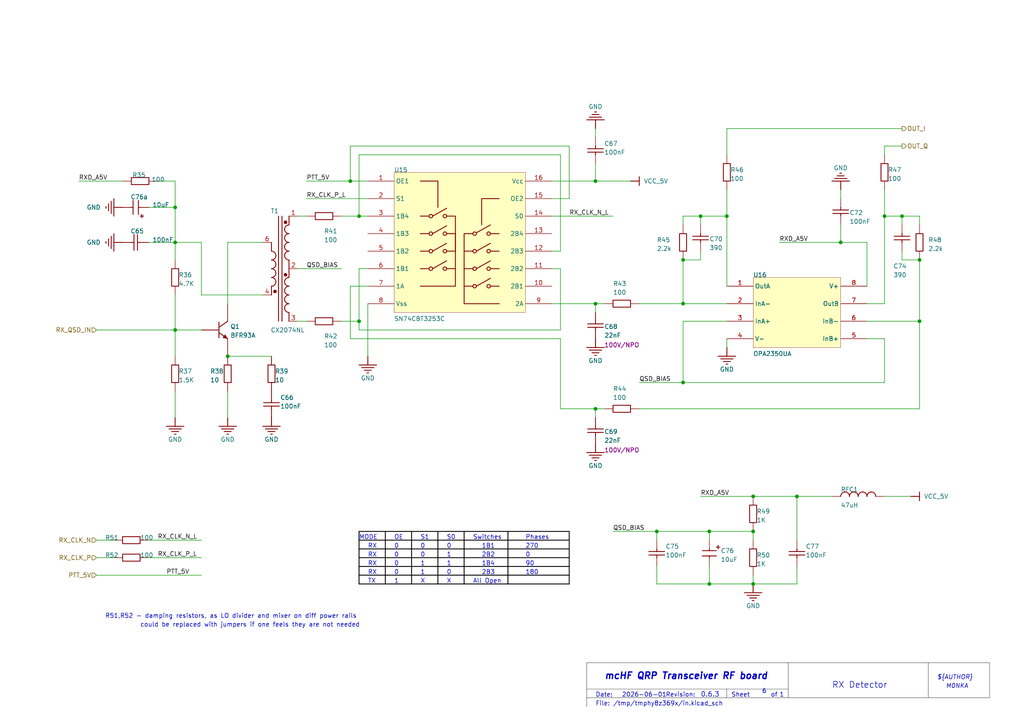
<source format=kicad_sch>
(kicad_sch (version 20231120) (generator "eeschema") (generator_version "8.0")
  (paper "A4")
  (title_block (title "mcHF QRP Transceiver RF board") (rev "0.6.3") (company "M0NKA"))
  (lib_symbols
    (symbol "rf_main-altium-import:GND_POWER_GROUND" (power)
      (property "Reference" "#PWR" (at 0 0 0))
      (property "Value" "GND" (at 0 6.35 0))
      (symbol "GND_POWER_GROUND_0_0"
        (polyline (pts (xy -2.54 -2.54) (xy 2.54 -2.54)) (stroke (width 0.254)))
        (polyline (pts (xy -1.778 -3.302) (xy 1.778 -3.302)) (stroke (width 0.254)))
        (polyline (pts (xy -1.016 -4.064) (xy 1.016 -4.064)) (stroke (width 0.254)))
        (polyline (pts (xy -0.254 -4.826) (xy 0.254 -4.826)) (stroke (width 0.254)))
        (polyline (pts (xy 0 0) (xy 0 -2.54)) (stroke (width 0.254)))
        (pin power_in line (at 0 0 0) (length 0) hide (name "GND") (number ""))
      )
    )
    (symbol "rf_main-altium-import:RX Detector_0_BFR93A"
      (symbol "RX Detector_0_BFR93A_1_0"
        (polyline (pts (xy 0 -3.302) (xy 2.54 -5.08)) (stroke (width 0.254)))
        (polyline (pts (xy 0 -0.254) (xy 0 -4.826)) (stroke (width 0.254)))
        (polyline (pts (xy 2.54 0) (xy 0 -1.778)) (stroke (width 0.254)))
        (polyline (pts (xy 2.54 -5.08) (xy 1.778 -3.81) (xy 1.016 -4.826) (xy 2.54 -5.08)) (stroke (width -0.0001)) (fill (type outline)))
        (pin passive line (at -5.08 -2.54 0) (length 5.08) (name "B") (number "1"))
        (pin passive line (at 2.54 -10.16 90) (length 5.08) (name "E") (number "2"))
        (pin passive line (at 2.54 5.08 270) (length 5.08) (name "C") (number "3"))
      )
    )
    (symbol "rf_main-altium-import:RX Detector_0_CAP"
      (symbol "RX Detector_0_CAP_1_0"
        (polyline (pts (xy 0.254 -1.778) (xy 4.826 -1.778)) (stroke (width 0.254)))
        (polyline (pts (xy 0.254 -0.762) (xy 4.826 -0.762)) (stroke (width 0.254)))
        (polyline (pts (xy 2.54 -1.778) (xy 2.54 -2.54)) (stroke (width 0.254)))
        (polyline (pts (xy 2.54 0) (xy 2.54 -0.762)) (stroke (width 0.254)))
        (pin passive line (at 2.54 2.54 270) (length 2.54) (name "1") (number "1"))
        (pin passive line (at 2.54 -5.08 90) (length 2.54) (name "2") (number "2"))
      )
    )
    (symbol "rf_main-altium-import:RX Detector_0_CX2074NL"
      (symbol "RX Detector_0_CX2074NL_1_0"
        (polyline (pts (xy 2.54 -22.86) (xy 2.54 -25.4)) (stroke (width 0.254)))
        (polyline (pts (xy 2.54 -10.16) (xy 2.54 -12.7)) (stroke (width 0.254)))
        (polyline (pts (xy 4.572 -2.54) (xy 4.572 -33.02)) (stroke (width 0.254)))
        (polyline (pts (xy 5.588 -2.54) (xy 5.588 -33.02)) (stroke (width 0.254)))
        (polyline (pts (xy 7.62 -30.48) (xy 7.62 -33.02)) (stroke (width 0.254)))
        (polyline (pts (xy 7.62 -15.24) (xy 7.62 -20.32)) (stroke (width 0.254)))
        (polyline (pts (xy 7.62 -2.54) (xy 7.62 -5.08)) (stroke (width 0.254)))
        (arc (start 2.54 -22.86) (mid 3.438 -22.488) (end 3.81 -21.59) (stroke (width 0.254)))
        (arc (start 2.54 -20.32) (mid 3.438 -19.948) (end 3.81 -19.05) (stroke (width 0.254)))
        (arc (start 2.54 -17.78) (mid 3.438 -17.408) (end 3.81 -16.51) (stroke (width 0.254)))
        (arc (start 2.54 -15.24) (mid 3.438 -14.868) (end 3.81 -13.97) (stroke (width 0.254)))
        (circle (center 3.556 -24.384) (radius 0.508) (stroke (width -0.0001)) (fill (type outline)))
        (arc (start 3.81 -21.59) (mid 3.438 -20.692) (end 2.54 -20.32) (stroke (width 0.254)))
        (arc (start 3.81 -19.05) (mid 3.438 -18.152) (end 2.54 -17.78) (stroke (width 0.254)))
        (arc (start 3.81 -16.51) (mid 3.438 -15.612) (end 2.54 -15.24) (stroke (width 0.254)))
        (arc (start 3.81 -13.97) (mid 3.438 -13.072) (end 2.54 -12.7) (stroke (width 0.254)))
        (arc (start 6.35 -29.21) (mid 6.722 -30.108) (end 7.62 -30.48) (stroke (width 0.254)))
        (arc (start 6.35 -26.67) (mid 6.722 -27.568) (end 7.62 -27.94) (stroke (width 0.254)))
        (arc (start 6.35 -24.13) (mid 6.722 -25.028) (end 7.62 -25.4) (stroke (width 0.254)))
        (arc (start 6.35 -21.59) (mid 6.722 -22.488) (end 7.62 -22.86) (stroke (width 0.254)))
        (arc (start 6.35 -13.97) (mid 6.722 -14.868) (end 7.62 -15.24) (stroke (width 0.254)))
        (arc (start 6.35 -11.43) (mid 6.722 -12.328) (end 7.62 -12.7) (stroke (width 0.254)))
        (arc (start 6.35 -8.89) (mid 6.722 -9.788) (end 7.62 -10.16) (stroke (width 0.254)))
        (arc (start 6.35 -6.35) (mid 6.722 -7.248) (end 7.62 -7.62) (stroke (width 0.254)))
        (circle (center 6.604 -19.558) (radius 0.508) (stroke (width -0.0001)) (fill (type outline)))
        (circle (center 6.604 -4.318) (radius 0.508) (stroke (width -0.0001)) (fill (type outline)))
        (arc (start 7.62 -27.94) (mid 6.722 -28.312) (end 6.35 -29.21) (stroke (width 0.254)))
        (arc (start 7.62 -25.4) (mid 6.722 -25.772) (end 6.35 -26.67) (stroke (width 0.254)))
        (arc (start 7.62 -22.86) (mid 6.722 -23.232) (end 6.35 -24.13) (stroke (width 0.254)))
        (arc (start 7.62 -20.32) (mid 6.722 -20.692) (end 6.35 -21.59) (stroke (width 0.254)))
        (arc (start 7.62 -12.7) (mid 6.722 -13.072) (end 6.35 -13.97) (stroke (width 0.254)))
        (arc (start 7.62 -10.16) (mid 6.722 -10.532) (end 6.35 -11.43) (stroke (width 0.254)))
        (arc (start 7.62 -7.62) (mid 6.722 -7.992) (end 6.35 -8.89) (stroke (width 0.254)))
        (arc (start 7.62 -5.08) (mid 6.722 -5.452) (end 6.35 -6.35) (stroke (width 0.254)))
        (pin passive line (at 10.16 -2.54 180) (length 2.54) (name "Sec0") (number "1"))
        (pin passive line (at 10.16 -17.78 180) (length 2.54) (name "SecCmn") (number "2"))
        (pin passive line (at 10.16 -33.02 180) (length 2.54) (name "Sec180") (number "3"))
        (pin passive line (at 0 -25.4 0) (length 2.54) (name "Pri-") (number "4"))
        (pin passive line (at 0 -10.16 0) (length 2.54) (name "Pri+") (number "6"))
      )
    )
    (symbol "rf_main-altium-import:RX Detector_0_OPA2350UA"
      (symbol "RX Detector_0_OPA2350UA_1_0"
        (rectangle (start 12.7 10.16) (end -12.7 -10.16) (stroke (width 0.0254) (color 128 0 0 1)) (fill (type background)))
        (pin output line (at -20.32 7.62 0) (length 7.62) (name "OutA") (number "1"))
        (pin input line (at -20.32 2.54 0) (length 7.62) (name "InA-") (number "2"))
        (pin input line (at -20.32 -2.54 0) (length 7.62) (name "InA+") (number "3"))
        (pin power_in line (at -20.32 -7.62 0) (length 7.62) (name "V-") (number "4"))
        (pin input line (at 20.32 -7.62 180) (length 7.62) (name "InB+") (number "5"))
        (pin input line (at 20.32 -2.54 180) (length 7.62) (name "InB-") (number "6"))
        (pin output line (at 20.32 2.54 180) (length 7.62) (name "OutB") (number "7"))
        (pin power_in line (at 20.32 7.62 180) (length 7.62) (name "V+") (number "8"))
      )
    )
    (symbol "rf_main-altium-import:RX Detector_0_RES_0"
      (symbol "RX Detector_0_RES_0_1_0"
        (rectangle (start 5.08 -1.524) (end 0 -3.556) (stroke (width 0.254)))
        (pin passive line (at -2.54 -2.54 0) (length 2.54) (name "1") (number "1"))
        (pin passive line (at 7.62 -2.54 180) (length 2.54) (name "2") (number "2"))
      )
    )
    (symbol "rf_main-altium-import:RX Detector_0_SN74CBT3253C"
      (symbol "RX Detector_0_SN74CBT3253C_1_0"
        (circle (center -7.112 -10.16) (radius 0.508) (stroke (width 0.254)))
        (circle (center -7.112 -5.08) (radius 0.508) (stroke (width 0.254)))
        (circle (center -7.112 0) (radius 0.508) (stroke (width 0.254)))
        (circle (center -7.112 5.08) (radius 0.508) (stroke (width 0.254)))
        (circle (center -3.048 -10.16) (radius 0.508) (stroke (width 0.254)))
        (circle (center -3.048 -5.08) (radius 0.508) (stroke (width 0.254)))
        (circle (center -3.048 0) (radius 0.508) (stroke (width 0.254)))
        (circle (center -3.048 5.08) (radius 0.508) (stroke (width 0.254)))
        (polyline (pts (xy -10.16 -10.16) (xy -7.62 -10.16)) (stroke (width 0.254)))
        (polyline (pts (xy -10.16 0) (xy -7.62 0)) (stroke (width 0.254)))
        (polyline (pts (xy -7.62 -5.08) (xy -10.16 -5.08)) (stroke (width 0.254)))
        (polyline (pts (xy -7.62 5.08) (xy -10.16 5.08)) (stroke (width 0.254)))
        (polyline (pts (xy -6.604 -10.16) (xy -2.54 -7.874)) (stroke (width 0.254)))
        (polyline (pts (xy -6.604 -5.08) (xy -2.54 -2.794)) (stroke (width 0.254)))
        (polyline (pts (xy -6.604 0) (xy -2.54 2.286)) (stroke (width 0.254)))
        (polyline (pts (xy -6.604 5.08) (xy -2.54 7.366)) (stroke (width 0.254)))
        (polyline (pts (xy 2.54 -15.24) (xy 5.08 -15.24)) (stroke (width 0.254)))
        (polyline (pts (xy 2.54 -10.16) (xy 5.08 -10.16)) (stroke (width 0.254)))
        (polyline (pts (xy 2.54 -5.08) (xy 5.08 -5.08)) (stroke (width 0.254)))
        (polyline (pts (xy 6.096 -15.24) (xy 10.16 -12.954)) (stroke (width 0.254)))
        (polyline (pts (xy 6.096 -10.16) (xy 10.16 -7.874)) (stroke (width 0.254)))
        (polyline (pts (xy 6.096 -5.08) (xy 10.16 -2.794)) (stroke (width 0.254)))
        (polyline (pts (xy 6.096 0.254) (xy 10.16 2.54)) (stroke (width 0.254)))
        (polyline (pts (xy 10.16 -15.24) (xy 12.7 -15.24)) (stroke (width 0.254)))
        (polyline (pts (xy 10.16 -10.16) (xy 12.7 -10.16)) (stroke (width 0.254)))
        (polyline (pts (xy 10.16 -5.08) (xy 12.7 -5.08)) (stroke (width 0.254)))
        (polyline (pts (xy 10.16 0) (xy 12.7 0)) (stroke (width 0.254)))
        (polyline (pts (xy -10.16 -15.24) (xy 0 -15.24) (xy 0 -10.16)) (stroke (width 0.254)))
        (polyline (pts (xy -10.16 15.24) (xy -5.08 15.24) (xy -5.08 7.62)) (stroke (width 0.254)))
        (polyline (pts (xy 12.7 10.16) (xy 7.62 10.16) (xy 7.62 2.54)) (stroke (width 0.254)))
        (polyline (pts (xy -2.54 0) (xy 0 0) (xy 0 -5.08) (xy -2.54 -5.08)) (stroke (width 0.254)))
        (polyline (pts (xy -2.54 5.08) (xy 0 5.08) (xy 0 -10.16) (xy -2.54 -10.16)) (stroke (width 0.254)))
        (polyline (pts (xy 5.08 0) (xy 2.54 0) (xy 2.54 -20.32) (xy 12.7 -20.32)) (stroke (width 0.254)))
        (circle (center 5.588 -15.24) (radius 0.508) (stroke (width 0.254)))
        (circle (center 5.588 -10.16) (radius 0.508) (stroke (width 0.254)))
        (circle (center 5.588 -5.08) (radius 0.508) (stroke (width 0.254)))
        (circle (center 5.588 0) (radius 0.508) (stroke (width 0.254)))
        (circle (center 9.652 -15.24) (radius 0.508) (stroke (width 0.254)))
        (circle (center 9.652 -10.16) (radius 0.508) (stroke (width 0.254)))
        (circle (center 9.652 -5.08) (radius 0.508) (stroke (width 0.254)))
        (circle (center 9.652 0) (radius 0.508) (stroke (width 0.254)))
        (rectangle (start 20.32 17.78) (end -17.78 -22.86) (stroke (width 0.0254) (color 128 0 0 1)) (fill (type background)))
        (pin input line (at -25.4 15.24 0) (length 7.62) (name "OE1") (number "1"))
        (pin bidirectional line (at 27.94 -15.24 180) (length 7.62) (name "2B1") (number "10"))
        (pin bidirectional line (at 27.94 -10.16 180) (length 7.62) (name "2B2") (number "11"))
        (pin bidirectional line (at 27.94 -5.08 180) (length 7.62) (name "2B3") (number "12"))
        (pin bidirectional line (at 27.94 0 180) (length 7.62) (name "2B4") (number "13"))
        (pin input line (at 27.94 5.08 180) (length 7.62) (name "S0") (number "14"))
        (pin input line (at 27.94 10.16 180) (length 7.62) (name "OE2") (number "15"))
        (pin power_in line (at 27.94 15.24 180) (length 7.62) (name "Vcc") (number "16"))
        (pin input line (at -25.4 10.16 0) (length 7.62) (name "S1") (number "2"))
        (pin bidirectional line (at -25.4 5.08 0) (length 7.62) (name "1B4") (number "3"))
        (pin bidirectional line (at -25.4 0 0) (length 7.62) (name "1B3") (number "4"))
        (pin bidirectional line (at -25.4 -5.08 0) (length 7.62) (name "1B2") (number "5"))
        (pin bidirectional line (at -25.4 -10.16 0) (length 7.62) (name "1B1") (number "6"))
        (pin bidirectional line (at -25.4 -15.24 0) (length 7.62) (name "1A") (number "7"))
        (pin power_in line (at -25.4 -20.32 0) (length 7.62) (name "Vss") (number "8"))
        (pin bidirectional line (at 27.94 -20.32 180) (length 7.62) (name "2A") (number "9"))
      )
    )
    (symbol "rf_main-altium-import:RX Detector_0_TDK-NLV25T"
      (symbol "RX Detector_0_TDK-NLV25T_1_0"
        (arc (start 1.27 -1.27) (mid 0.372 -1.642) (end 0 -2.54) (stroke (width 0.254)))
        (arc (start 2.54 -2.54) (mid 2.168 -1.642) (end 1.27 -1.27) (stroke (width 0.254)))
        (arc (start 3.81 -1.27) (mid 2.912 -1.642) (end 2.54 -2.54) (stroke (width 0.254)))
        (arc (start 5.08 -2.54) (mid 4.708 -1.642) (end 3.81 -1.27) (stroke (width 0.254)))
        (arc (start 6.35 -1.27) (mid 5.452 -1.642) (end 5.08 -2.54) (stroke (width 0.254)))
        (arc (start 7.62 -2.54) (mid 7.248 -1.642) (end 6.35 -1.27) (stroke (width 0.254)))
        (arc (start 8.89 -1.27) (mid 7.992 -1.642) (end 7.62 -2.54) (stroke (width 0.254)))
        (arc (start 10.16 -2.54) (mid 9.788 -1.642) (end 8.89 -1.27) (stroke (width 0.254)))
        (pin passive line (at -2.54 -2.54 0) (length 2.54) (name "1") (number "1"))
        (pin passive line (at 12.7 -2.54 180) (length 2.54) (name "2") (number "2"))
      )
    )
    (symbol "rf_main-altium-import:RX Detector_1_RES_0"
      (symbol "RX Detector_1_RES_0_1_0"
        (rectangle (start 3.556 5.08) (end 1.524 0) (stroke (width 0.254)))
        (pin passive line (at 2.54 -2.54 90) (length 2.54) (name "1") (number "1"))
        (pin passive line (at 2.54 7.62 270) (length 2.54) (name "2") (number "2"))
      )
    )
    (symbol "rf_main-altium-import:RX Detector_2_CAP"
      (symbol "RX Detector_2_CAP_1_0"
        (polyline (pts (xy -2.54 0) (xy -2.54 0.762)) (stroke (width 0.254)))
        (polyline (pts (xy -2.54 1.778) (xy -2.54 2.54)) (stroke (width 0.254)))
        (polyline (pts (xy -0.254 0.762) (xy -4.826 0.762)) (stroke (width 0.254)))
        (polyline (pts (xy -0.254 1.778) (xy -4.826 1.778)) (stroke (width 0.254)))
        (pin passive line (at -2.54 -2.54 90) (length 2.54) (name "1") (number "1"))
        (pin passive line (at -2.54 5.08 270) (length 2.54) (name "2") (number "2"))
      )
    )
    (symbol "rf_main-altium-import:RX Detector_2_CAP-POL_0"
      (symbol "RX Detector_2_CAP-POL_0_1_0"
        (polyline (pts (xy -4.572 -2.032) (xy -4.572 2.032)) (stroke (width 0.254)))
        (polyline (pts (xy -4.572 0) (xy -5.08 0)) (stroke (width 0.254)))
        (polyline (pts (xy -3.048 2.032) (xy -3.048 -2.032)) (stroke (width 0.254)))
        (polyline (pts (xy -2.54 0) (xy -3.048 0)) (stroke (width 0.254)))
        (polyline (pts (xy -2.032 -2.032) (xy -2.032 -3.048)) (stroke (width 0.254)))
        (polyline (pts (xy -1.524 -2.54) (xy -2.54 -2.54)) (stroke (width 0.254)))
        (pin passive line (at 0 0 180) (length 2.54) (name "1") (number "1"))
        (pin passive line (at -7.62 0 0) (length 2.54) (name "2") (number "2"))
      )
    )
    (symbol "rf_main-altium-import:RX Detector_2_RES_0"
      (symbol "RX Detector_2_RES_0_1_0"
        (rectangle (start 0 3.556) (end -5.08 1.524) (stroke (width 0.254)))
        (pin passive line (at 2.54 2.54 180) (length 2.54) (name "1") (number "1"))
        (pin passive line (at -7.62 2.54 0) (length 2.54) (name "2") (number "2"))
      )
    )
    (symbol "rf_main-altium-import:RX Detector_3_CAP"
      (symbol "RX Detector_3_CAP_1_0"
        (polyline (pts (xy -1.778 -2.54) (xy -2.54 -2.54)) (stroke (width 0.254)))
        (polyline (pts (xy -1.778 -0.254) (xy -1.778 -4.826)) (stroke (width 0.254)))
        (polyline (pts (xy -0.762 -0.254) (xy -0.762 -4.826)) (stroke (width 0.254)))
        (polyline (pts (xy 0 -2.54) (xy -0.762 -2.54)) (stroke (width 0.254)))
        (pin passive line (at 2.54 -2.54 180) (length 2.54) (name "1") (number "1"))
        (pin passive line (at -5.08 -2.54 0) (length 2.54) (name "2") (number "2"))
      )
    )
    (symbol "rf_main-altium-import:RX Detector_3_CAP-POL_0"
      (symbol "RX Detector_3_CAP-POL_0_1_0"
        (polyline (pts (xy -2.032 -3.048) (xy 2.032 -3.048)) (stroke (width 0.254)))
        (polyline (pts (xy 0 -4.572) (xy 0 -5.08)) (stroke (width 0.254)))
        (polyline (pts (xy 0 -2.54) (xy 0 -3.048)) (stroke (width 0.254)))
        (polyline (pts (xy 2.032 -4.572) (xy -2.032 -4.572)) (stroke (width 0.254)))
        (polyline (pts (xy 2.032 -2.032) (xy 3.048 -2.032)) (stroke (width 0.254)))
        (polyline (pts (xy 2.54 -1.524) (xy 2.54 -2.54)) (stroke (width 0.254)))
        (pin passive line (at 0 0 270) (length 2.54) (name "1") (number "1"))
        (pin passive line (at 0 -7.62 90) (length 2.54) (name "2") (number "2"))
      )
    )
    (symbol "rf_main-altium-import:RX Detector_3_RES_0"
      (symbol "RX Detector_3_RES_0_1_0"
        (rectangle (start -1.524 0) (end -3.556 -5.08) (stroke (width 0.254)))
        (pin passive line (at -2.54 2.54 270) (length 2.54) (name "1") (number "1"))
        (pin passive line (at -2.54 -7.62 90) (length 2.54) (name "2") (number "2"))
      )
    )
    (symbol "rf_main-altium-import:VCC_5V_BAR" (power)
      (property "Reference" "#PWR" (at 0 0 0))
      (property "Value" "VCC_5V" (at 0 3.81 0))
      (symbol "VCC_5V_BAR_0_0"
        (polyline (pts (xy -1.27 -2.54) (xy 1.27 -2.54)) (stroke (width 0.254)))
        (polyline (pts (xy 0 0) (xy 0 -2.54)) (stroke (width 0.254)))
        (pin power_in line (at 0 0 0) (length 0) hide (name "VCC_5V") (number ""))
      )
    )
  )
  (junction (at 205.74 154.1272))
  (junction (at 203.2 62.6872))
  (junction (at 210.82 62.6872))
  (junction (at 172.72 52.5272))
  (junction (at 266.7 75.3872))
  (junction (at 256.54 62.6872))
  (junction (at 218.44 154.1272))
  (junction (at 218.44 169.3672))
  (junction (at 218.44 143.9672))
  (junction (at 190.5 154.1272))
  (junction (at 50.8 70.3072))
  (junction (at 50.8 95.7072))
  (junction (at 104.14 93.1672))
  (junction (at 172.72 118.5672))
  (junction (at 198.12 88.0872))
  (junction (at 198.12 110.9472))
  (junction (at 261.62 62.6872))
  (junction (at 104.14 62.6872))
  (junction (at 66.04 103.3272))
  (junction (at 101.6 52.5272))
  (junction (at 231.14 143.9672))
  (junction (at 266.7 93.1672))
  (junction (at 50.8 60.1472))
  (junction (at 243.84 70.3072))
  (junction (at 172.72 88.0872))
  (junction (at 198.12 75.3872))
  (junction (at 205.74 169.3672))
  (wire (pts (xy 165.1 42.3672) (xy 101.6 42.3672)))
  (wire (pts (xy 251.46 83.0072) (xy 251.46 70.3072)))
  (wire (pts (xy 243.84 55.0672) (xy 243.84 57.6072)))
  (wire (pts (xy 256.54 98.2472) (xy 251.46 98.2472)))
  (wire (pts (xy 43.18 161.7472) (xy 58.42 161.7472)))
  (wire (pts (xy 50.8 95.7072) (xy 58.42 95.7072)))
  (wire (pts (xy 203.2 62.6872) (xy 203.2 65.2272)))
  (wire (pts (xy 106.68 83.0072) (xy 101.6 83.0072)))
  (wire (pts (xy 231.14 143.9672) (xy 218.44 143.9672)))
  (wire (pts (xy 160.02 62.6872) (xy 177.8 62.6872)))
  (wire (pts (xy 218.44 143.9672) (xy 203.2 143.9672)))
  (wire (pts (xy 210.82 55.0672) (xy 210.82 62.6872)))
  (wire (pts (xy 205.74 156.6672) (xy 205.74 154.1272)))
  (wire (pts (xy 261.62 75.3872) (xy 261.62 72.8472)))
  (wire (pts (xy 106.68 57.6072) (xy 88.9 57.6072)))
  (wire (pts (xy 190.5 169.3672) (xy 205.74 169.3672)))
  (polyline (pts (xy 261.62 202.3872) (xy 170.18 202.3872)) (stroke (width 0.0254) (type solid) (color 0 0 0 1)))
  (polyline (pts (xy 119.38 154.1272) (xy 119.38 169.3672)) (stroke (width 0.254) (type solid) (color 0 0 0 1)))
  (polyline (pts (xy 111.76 154.1272) (xy 111.76 169.3672)) (stroke (width 0.254) (type solid) (color 0 0 0 1)))
  (polyline (pts (xy 170.18 192.2272) (xy 170.18 204.9272)) (stroke (width 0.0254) (type solid) (color 0 0 0 1)))
  (wire (pts (xy 50.8 60.1472) (xy 50.8 52.5272)))
  (polyline (pts (xy 269.24 192.2272) (xy 269.24 202.3872)) (stroke (width 0.0254) (type solid) (color 0 0 0 1)))
  (wire (pts (xy 190.5 156.6672) (xy 190.5 154.1272)))
  (wire (pts (xy 99.06 93.1672) (xy 104.14 93.1672)))
  (wire (pts (xy 172.72 47.4472) (xy 172.72 52.5272)))
  (wire (pts (xy 218.44 169.3672) (xy 218.44 166.8272)))
  (wire (pts (xy 218.44 154.1272) (xy 205.74 154.1272)))
  (wire (pts (xy 101.6 83.0072) (xy 101.6 98.2472)))
  (wire (pts (xy 27.94 161.7472) (xy 33.02 161.7472)))
  (wire (pts (xy 243.84 70.3072) (xy 226.06 70.3072)))
  (wire (pts (xy 50.8 70.3072) (xy 58.42 70.3072)))
  (wire (pts (xy 185.42 118.5672) (xy 266.7 118.5672)))
  (wire (pts (xy 162.56 118.5672) (xy 172.72 118.5672)))
  (wire (pts (xy 185.42 110.9472) (xy 198.12 110.9472)))
  (polyline (pts (xy 287.02 192.2272) (xy 170.18 192.2272)) (stroke (width 0.0254) (type solid) (color 0 0 0 1)))
  (wire (pts (xy 256.54 110.9472) (xy 256.54 98.2472)))
  (wire (pts (xy 50.8 95.7072) (xy 50.8 85.5472)))
  (wire (pts (xy 203.2 72.8472) (xy 203.2 75.3872)))
  (wire (pts (xy 27.94 156.6672) (xy 33.02 156.6672)))
  (wire (pts (xy 172.72 118.5672) (xy 172.72 121.1072)))
  (wire (pts (xy 203.2 62.6872) (xy 198.12 62.6872)))
  (wire (pts (xy 266.7 93.1672) (xy 251.46 93.1672)))
  (wire (pts (xy 43.18 60.1472) (xy 50.8 60.1472)))
  (wire (pts (xy 185.42 88.0872) (xy 198.12 88.0872)))
  (polyline (pts (xy 104.14 156.6672) (xy 104.14 154.1272)) (stroke (width 0.254) (type solid) (color 0 0 0 1)))
  (wire (pts (xy 261.62 62.6872) (xy 256.54 62.6872)))
  (wire (pts (xy 198.12 62.6872) (xy 198.12 65.2272)))
  (wire (pts (xy 88.9 93.1672) (xy 86.36 93.1672)))
  (wire (pts (xy 58.42 70.3072) (xy 58.42 85.5472)))
  (wire (pts (xy 99.06 62.6872) (xy 104.14 62.6872)))
  (wire (pts (xy 160.02 72.8472) (xy 162.56 72.8472)))
  (wire (pts (xy 101.6 52.5272) (xy 88.9 52.5272)))
  (wire (pts (xy 160.02 88.0872) (xy 172.72 88.0872)))
  (wire (pts (xy 160.02 77.9272) (xy 162.56 77.9272)))
  (wire (pts (xy 104.14 95.7072) (xy 104.14 93.1672)))
  (polyline (pts (xy 104.14 161.7472) (xy 165.1 161.7472)) (stroke (width 0.254) (type solid) (color 0 0 0 1)))
  (wire (pts (xy 43.18 156.6672) (xy 58.42 156.6672)))
  (wire (pts (xy 50.8 75.3872) (xy 50.8 70.3072)))
  (wire (pts (xy 210.82 93.1672) (xy 198.12 93.1672)))
  (wire (pts (xy 218.44 169.3672) (xy 231.14 169.3672)))
  (wire (pts (xy 104.14 93.1672) (xy 104.14 77.9272)))
  (wire (pts (xy 264.16 143.9672) (xy 256.54 143.9672)))
  (wire (pts (xy 43.18 70.3072) (xy 50.8 70.3072)))
  (wire (pts (xy 256.54 44.9072) (xy 256.54 42.3672)))
  (wire (pts (xy 210.82 83.0072) (xy 210.82 62.6872)))
  (wire (pts (xy 66.04 121.1072) (xy 66.04 113.4872)))
  (wire (pts (xy 243.84 70.3072) (xy 243.84 65.2272)))
  (wire (pts (xy 205.74 169.3672) (xy 205.74 164.2872)))
  (wire (pts (xy 231.14 156.6672) (xy 231.14 143.9672)))
  (wire (pts (xy 172.72 52.5272) (xy 182.88 52.5272)))
  (wire (pts (xy 66.04 103.3272) (xy 78.74 103.3272)))
  (wire (pts (xy 101.6 98.2472) (xy 162.56 98.2472)))
  (wire (pts (xy 210.82 44.9072) (xy 210.82 37.2872)))
  (wire (pts (xy 256.54 62.6872) (xy 256.54 88.0872)))
  (wire (pts (xy 266.7 75.3872) (xy 261.62 75.3872)))
  (polyline (pts (xy 210.82 199.8472) (xy 210.82 202.3872)) (stroke (width 0.0254) (type solid) (color 0 0 0 1)))
  (polyline (pts (xy 127 154.1272) (xy 127 169.3672)) (stroke (width 0.254) (type solid) (color 0 0 0 1)))
  (polyline (pts (xy 104.14 164.2872) (xy 165.1 164.2872)) (stroke (width 0.254) (type solid) (color 0 0 0 1)))
  (wire (pts (xy 256.54 55.0672) (xy 256.54 62.6872)))
  (wire (pts (xy 86.36 77.9272) (xy 99.06 77.9272)))
  (polyline (pts (xy 104.14 154.1272) (xy 165.1 154.1272)) (stroke (width 0.254) (type solid) (color 0 0 0 1)))
  (polyline (pts (xy 147.32 154.1272) (xy 147.32 169.3672)) (stroke (width 0.254) (type solid) (color 0 0 0 1)))
  (wire (pts (xy 76.2 70.3072) (xy 66.04 70.3072)))
  (wire (pts (xy 203.2 75.3872) (xy 198.12 75.3872)))
  (wire (pts (xy 261.62 65.2272) (xy 261.62 62.6872)))
  (wire (pts (xy 58.42 85.5472) (xy 76.2 85.5472)))
  (wire (pts (xy 162.56 44.9072) (xy 104.14 44.9072)))
  (wire (pts (xy 50.8 70.3072) (xy 50.8 60.1472)))
  (wire (pts (xy 231.14 169.3672) (xy 231.14 164.2872)))
  (polyline (pts (xy 134.62 154.1272) (xy 134.62 169.3672)) (stroke (width 0.254) (type solid) (color 0 0 0 1)))
  (wire (pts (xy 162.56 77.9272) (xy 162.56 95.7072)))
  (wire (pts (xy 266.7 93.1672) (xy 266.7 75.3872)))
  (wire (pts (xy 266.7 65.2272) (xy 266.7 62.6872)))
  (polyline (pts (xy 165.1 169.3672) (xy 104.14 169.3672)) (stroke (width 0.254) (type solid) (color 0 0 0 1)))
  (polyline (pts (xy 228.6 192.2272) (xy 228.6 202.3872)) (stroke (width 0.0254) (type solid) (color 0 0 0 1)))
  (wire (pts (xy 172.72 88.0872) (xy 172.72 90.6272)))
  (wire (pts (xy 50.8 52.5272) (xy 45.72 52.5272)))
  (wire (pts (xy 106.68 88.0872) (xy 106.68 103.3272)))
  (wire (pts (xy 104.14 62.6872) (xy 106.68 62.6872)))
  (wire (pts (xy 162.56 72.8472) (xy 162.56 44.9072)))
  (wire (pts (xy 104.14 77.9272) (xy 106.68 77.9272)))
  (wire (pts (xy 210.82 98.2472) (xy 210.82 100.7872)))
  (wire (pts (xy 27.94 166.8272) (xy 58.42 166.8272)))
  (polyline (pts (xy 104.14 159.2072) (xy 165.1 159.2072)) (stroke (width 0.254) (type solid) (color 0 0 0 1)))
  (polyline (pts (xy 165.1 154.1272) (xy 165.1 169.3672)) (stroke (width 0.254) (type solid) (color 0 0 0 1)))
  (wire (pts (xy 27.94 95.7072) (xy 50.8 95.7072)))
  (wire (pts (xy 88.9 62.6872) (xy 86.36 62.6872)))
  (wire (pts (xy 101.6 52.5272) (xy 106.68 52.5272)))
  (wire (pts (xy 172.72 118.5672) (xy 175.26 118.5672)))
  (wire (pts (xy 190.5 164.2872) (xy 190.5 169.3672)))
  (wire (pts (xy 172.72 37.2872) (xy 172.72 39.8272)))
  (wire (pts (xy 198.12 75.3872) (xy 198.12 88.0872)))
  (wire (pts (xy 190.5 154.1272) (xy 177.8 154.1272)))
  (wire (pts (xy 162.56 98.2472) (xy 162.56 118.5672)))
  (wire (pts (xy 162.56 95.7072) (xy 104.14 95.7072)))
  (wire (pts (xy 256.54 88.0872) (xy 251.46 88.0872)))
  (wire (pts (xy 218.44 156.6672) (xy 218.44 154.1272)))
  (wire (pts (xy 165.1 57.6072) (xy 165.1 42.3672)))
  (wire (pts (xy 266.7 62.6872) (xy 261.62 62.6872)))
  (wire (pts (xy 101.6 42.3672) (xy 101.6 52.5272)))
  (wire (pts (xy 104.14 44.9072) (xy 104.14 62.6872)))
  (wire (pts (xy 205.74 154.1272) (xy 190.5 154.1272)))
  (wire (pts (xy 231.14 143.9672) (xy 241.3 143.9672)))
  (wire (pts (xy 66.04 70.3072) (xy 66.04 88.0872)))
  (wire (pts (xy 256.54 42.3672) (xy 261.62 42.3672)))
  (wire (pts (xy 210.82 37.2872) (xy 261.62 37.2872)))
  (wire (pts (xy 160.02 52.5272) (xy 172.72 52.5272)))
  (polyline (pts (xy 287.02 202.3872) (xy 287.02 192.2272)) (stroke (width 0.0254) (type solid) (color 0 0 0 1)))
  (wire (pts (xy 172.72 88.0872) (xy 175.26 88.0872)))
  (polyline (pts (xy 261.62 202.3872) (xy 287.02 202.3872)) (stroke (width 0.0254) (type solid) (color 0 0 0 1)))
  (polyline (pts (xy 170.18 199.8472) (xy 228.6 199.8472)) (stroke (width 0.0254) (type solid) (color 0 0 0 1)))
  (wire (pts (xy 198.12 88.0872) (xy 210.82 88.0872)))
  (wire (pts (xy 198.12 110.9472) (xy 256.54 110.9472)))
  (wire (pts (xy 160.02 57.6072) (xy 165.1 57.6072)))
  (wire (pts (xy 50.8 121.1072) (xy 50.8 113.4872)))
  (wire (pts (xy 210.82 62.6872) (xy 203.2 62.6872)))
  (wire (pts (xy 50.8 95.7072) (xy 50.8 103.3272)))
  (wire (pts (xy 22.86 52.5272) (xy 35.56 52.5272)))
  (polyline (pts (xy 104.14 169.3672) (xy 104.14 156.6672)) (stroke (width 0.254) (type solid) (color 0 0 0 1)))
  (wire (pts (xy 198.12 93.1672) (xy 198.12 110.9472)))
  (wire (pts (xy 266.7 118.5672) (xy 266.7 93.1672)))
  (polyline (pts (xy 104.14 156.6672) (xy 165.1 156.6672)) (stroke (width 0.254) (type solid) (color 0 0 0 1)))
  (wire (pts (xy 251.46 70.3072) (xy 243.84 70.3072)))
  (wire (pts (xy 205.74 169.3672) (xy 218.44 169.3672)))
  (polyline (pts (xy 104.14 166.8272) (xy 165.1 166.8272)) (stroke (width 0.254) (type solid) (color 0 0 0 1)))
  (text "Date:" (at 172.72 202.3872 0) (effects (font (size 1.27 1.27)) (justify left bottom)))
  (text "1" (at 129.54 161.7472 0) (effects (font (size 1.27 1.27)) (justify left bottom)))
  (text "Switches" (at 137.16 156.6672 0) (effects (font (size 1.27 1.27)) (justify left bottom)))
  (text "${COMPANY}" (at 274.32 199.8472 0) (effects (font (size 1.27 1.27) (italic yes)) (justify left bottom)))
  (text "${CURRENT_DATE}" (at 180.34 202.3872 0) (effects (font (size 1.27 1.27)) (justify left bottom)))
  (text "MODE" (at 104.14 156.6672 0) (effects (font (size 1.27 1.27)) (justify left bottom)))
  (text "0" (at 114.3 164.2872 0) (effects (font (size 1.27 1.27)) (justify left bottom)))
  (text "2B2" (at 139.7 161.7472 0) (effects (font (size 1.27 1.27)) (justify left bottom)))
  (text "Phases" (at 152.4 156.6672 0) (effects (font (size 1.27 1.27)) (justify left bottom)))
  (text "Revision:" (at 193.04 202.3872 0) (effects (font (size 1.27 1.27)) (justify left bottom)))
  (text "0" (at 121.92 159.2072 0) (effects (font (size 1.27 1.27)) (justify left bottom)))
  (text "90" (at 152.4 164.2872 0) (effects (font (size 1.27 1.27)) (justify left bottom)))
  (text "2B3" (at 139.7 166.8272 0) (effects (font (size 1.27 1.27)) (justify left bottom)))
  (text "${TITLE}" (at 175.26 197.3072 0) (effects (font (size 1.905 1.905) (thickness 0.381) (bold yes) (italic yes)) (justify left bottom)))
  (text "RX" (at 106.68 159.2072 0) (effects (font (size 1.27 1.27)) (justify left bottom)))
  (text "File:" (at 172.72 204.9272 0) (effects (font (size 1.27 1.27)) (justify left bottom)))
  (text "RX" (at 106.68 164.2872 0) (effects (font (size 1.27 1.27)) (justify left bottom)))
  (text "0" (at 129.54 159.2072 0) (effects (font (size 1.27 1.27)) (justify left bottom)))
  (text "X" (at 121.92 169.3672 0) (effects (font (size 1.27 1.27)) (justify left bottom)))
  (text "0" (at 114.3 166.8272 0) (effects (font (size 1.27 1.27)) (justify left bottom)))
  (text "1B1" (at 139.7 159.2072 0) (effects (font (size 1.27 1.27)) (justify left bottom)))
  (text "1" (at 121.92 166.8272 0) (effects (font (size 1.27 1.27)) (justify left bottom)))
  (text "TX" (at 106.68 169.3672 0) (effects (font (size 1.27 1.27)) (justify left bottom)))
  (text "R51,R52 - damping resistors, as LO divider and mixer on diff power rails" (at 30.48 179.5272 0) (effects (font (size 1.27 1.27)) (justify left bottom)))
  (text "X" (at 129.54 169.3672 0) (effects (font (size 1.27 1.27)) (justify left bottom)))
  (text "1" (at 114.3 169.3672 0) (effects (font (size 1.27 1.27)) (justify left bottom)))
  (text "180" (at 152.4 166.8272 0) (effects (font (size 1.27 1.27)) (justify left bottom)))
  (text "0" (at 152.4 161.7472 0) (effects (font (size 1.27 1.27)) (justify left bottom)))
  (text "0" (at 114.3 159.2072 0) (effects (font (size 1.27 1.27)) (justify left bottom)))
  (text "1" (at 129.54 164.2872 0) (effects (font (size 1.27 1.27)) (justify left bottom)))
  (text "${AUTHOR}" (at 271.78 197.3072 0) (effects (font (size 1.27 1.27) (italic yes)) (justify left bottom)))
  (text "could be replaced with jumpers if one feels they are not needed" (at 40.64 182.0672 0) (effects (font (size 1.27 1.27)) (justify left bottom)))
  (text "RX" (at 106.68 166.8272 0) (effects (font (size 1.27 1.27)) (justify left bottom)))
  (text "RX Detector" (at 241.3 199.8472 0) (effects (font (size 1.778 1.778)) (justify left bottom)))
  (text "0" (at 121.92 161.7472 0) (effects (font (size 1.27 1.27)) (justify left bottom)))
  (text "1" (at 121.92 164.2872 0) (effects (font (size 1.27 1.27)) (justify left bottom)))
  (text "of" (at 223.52 202.3872 0) (effects (font (size 1.27 1.27)) (justify left bottom)))
  (text "${FILEPATH}" (at 177.8 204.9272 0) (effects (font (size 1.27 1.27)) (justify left bottom)))
  (text "S1" (at 121.92 156.6672 0) (effects (font (size 1.27 1.27)) (justify left bottom)))
  (text "0" (at 114.3 161.7472 0) (effects (font (size 1.27 1.27)) (justify left bottom)))
  (text "All Open" (at 137.16 169.3672 0) (effects (font (size 1.27 1.27)) (justify left bottom)))
  (text "0" (at 129.54 166.8272 0) (effects (font (size 1.27 1.27)) (justify left bottom)))
  (text "270" (at 152.4 159.2072 0) (effects (font (size 1.27 1.27)) (justify left bottom)))
  (text "Sheet" (at 212.09 202.3872 0) (effects (font (size 1.27 1.27)) (justify left bottom)))
  (text "${REVISION}" (at 203.2 202.3872 0) (effects (font (size 1.397 1.397)) (justify left bottom)))
  (text "6" (at 220.98 199.8472 0) (effects (font (size 1.27 1.27)) (justify left top)))
  (text "RX" (at 106.68 161.7472 0) (effects (font (size 1.27 1.27)) (justify left bottom)))
  (text "S0" (at 129.54 156.6672 0) (effects (font (size 1.27 1.27)) (justify left bottom)))
  (text "${##}" (at 226.06 202.3872 0) (effects (font (size 1.27 1.27)) (justify left bottom)))
  (text "1B4" (at 139.7 164.2872 0) (effects (font (size 1.27 1.27)) (justify left bottom)))
  (text "OE" (at 114.3 156.6672 0) (effects (font (size 1.27 1.27)) (justify left bottom)))
  (label "RX_CLK_N_L" (at 165.1 62.6872 0))
  (label "RX_CLK_P_L" (at 88.9 57.6072 0))
  (label "QSD_BIAS" (at 88.9 77.9272 0))
  (label "QSD_BIAS" (at 185.42 110.9472 0))
  (label "RXD_A5V" (at 203.2 143.9672 0))
  (label "PTT_5V" (at 88.9 52.5272 0))
  (label "QSD_BIAS" (at 177.8 154.1272 0))
  (label "RX_CLK_P_L" (at 45.72 161.7472 0))
  (label "RX_CLK_N_L" (at 45.72 156.6672 0))
  (label "RXD_A5V" (at 22.86 52.5272 0))
  (label "PTT_5V" (at 48.26 166.8272 0))
  (label "RXD_A5V" (at 226.06 70.3072 0))
  (hierarchical_label "RX_QSD_IN" (shape input) (at 27.94 95.7072 180))
  (hierarchical_label "RX_CLK_P" (shape input) (at 27.94 161.7472 180))
  (hierarchical_label "PTT_5V" (shape input) (at 27.94 166.8272 180))
  (hierarchical_label "OUT_I" (shape output) (at 261.62 37.2872 0))
  (hierarchical_label "RX_CLK_N" (shape input) (at 27.94 156.6672 180))
  (hierarchical_label "OUT_Q" (shape output) (at 261.62 42.3672 0))
  (symbol (lib_id "rf_main-altium-import:GND_POWER_GROUND") (at 210.82 100.7872 0) (unit 1)
    (property "Reference" "#PWR?" (effects (hide yes)))
    (property "Value" "GND" (at 210.82 107.1372 0))
  )
  (symbol (lib_id "rf_main-altium-import:RX Detector_0_OPA2350UA") (at 231.14 90.6272 0) (unit 1)
    (property "Reference" "U16" (at 218.44 80.4672 0) (effects (justify left bottom)))
    (property "Value" "OPA2350UA" (at 218.44 103.3272 0) (effects (justify left bottom)))
    (property "Footprint" "SO-8-Pro" (effects (hide yes)))
    (property "Description" "High Speed, Single Supply OpAmp" (effects (hide yes)))
    (property "ORDER" "FN 110-1542" (effects (hide yes)))
    (property "PRICE" "4.67" (effects (hide yes)))
  )
  (symbol (lib_id "rf_main-altium-import:GND_POWER_GROUND") (at 78.74 121.1072 0) (unit 1)
    (property "Reference" "#PWR?" (effects (hide yes)))
    (property "Value" "GND" (at 78.74 127.4572 0))
  )
  (symbol (lib_id "rf_main-altium-import:RX Detector_0_RES_0") (at 91.44 90.6272 0) (unit 1)
    (property "Reference" "R42" (at 93.98 98.2472 0) (effects (justify left bottom)))
    (property "Value" "100" (at 93.98 100.7872 0) (effects (justify left bottom)))
    (property "Footprint" "0805-Pro" (effects (hide yes)))
    (property "Description" "Resistor" (effects (hide yes)))
    (property "ORDER" "FN 933-2375" (effects (hide yes)))
    (property "PRICE" "0.027" (effects (hide yes)))
    (property "QT ORDER" "QCR-00301" (effects (hide yes)))
  )
  (symbol (lib_id "rf_main-altium-import:RX Detector_2_RES_0") (at 40.64 164.2872 0) (unit 1)
    (property "Reference" "R52" (at 30.48 161.7472 0) (effects (justify left bottom)))
    (property "Value" "100" (at 40.64 161.7472 0) (effects (justify left bottom)))
    (property "Footprint" "0805-Pro" (effects (hide yes)))
    (property "Description" "Resistor" (effects (hide yes)))
    (property "ORDER" "FN 933-2375" (effects (hide yes)))
    (property "PRICE" "0.027" (effects (hide yes)))
    (property "QT ORDER" "QCR-00301" (effects (hide yes)))
  )
  (symbol (lib_id "rf_main-altium-import:RX Detector_0_RES_0") (at 91.44 60.1472 0) (unit 1)
    (property "Reference" "R41" (at 93.98 67.7672 0) (effects (justify left bottom)))
    (property "Value" "100" (at 93.98 70.3072 0) (effects (justify left bottom)))
    (property "Footprint" "0805-Pro" (effects (hide yes)))
    (property "Description" "Resistor" (effects (hide yes)))
    (property "ORDER" "FN 933-2375" (effects (hide yes)))
    (property "PRICE" "0.027" (effects (hide yes)))
    (property "QT ORDER" "QCR-00301" (effects (hide yes)))
  )
  (symbol (lib_id "rf_main-altium-import:RX Detector_3_CAP-POL_0") (at 205.74 156.6672 0) (unit 1)
    (property "Reference" "C76" (at 209.042 160.4772 0) (effects (justify left bottom)))
    (property "Value" "10uF" (at 209.042 163.0172 0) (effects (justify left bottom)))
    (property "Footprint" "1206_Elec_Cap_N" (effects (hide yes)))
    (property "Description" "Electrolitic capacitor" (effects (hide yes)))
    (property "PRICE" "0.204" (effects (hide yes)))
    (property "ORDER" "FN 233-3009" (effects (hide yes)))
    (property "QT ORDER" "QCC-00166" (effects (hide yes)))
  )
  (symbol (lib_id "rf_main-altium-import:RX Detector_0_SN74CBT3253C") (at 132.08 67.7672 0) (unit 1)
    (property "Reference" "U15" (at 114.3 49.9872 0) (effects (justify left bottom)))
    (property "Value" "SN74CBT3253C" (at 114.3 93.1672 0) (effects (justify left bottom)))
    (property "Footprint" "SO-16-Pro" (effects (hide yes)))
    (property "Description" "Dual 4:1 Demux/Analog Switch" (effects (hide yes)))
    (property "ORDER" "FN 175-0447" (effects (hide yes)))
    (property "PRICE" "0.69" (effects (hide yes)))
  )
  (symbol (lib_id "rf_main-altium-import:VCC_5V_BAR") (at 264.16 143.9672 90) (unit 1)
    (property "Reference" "#PWR?" (effects (hide yes)))
    (property "Value" "VCC_5V" (at 267.97 143.9672 90) (effects (justify right)))
  )
  (symbol (lib_id "rf_main-altium-import:RX Detector_1_RES_0") (at 215.9 164.2872 0) (unit 1)
    (property "Reference" "R50" (at 219.456 161.7472 0) (effects (justify left bottom)))
    (property "Value" "1K" (at 219.456 164.2872 0) (effects (justify left bottom)))
    (property "Footprint" "0805-Pro" (effects (hide yes)))
    (property "Description" "Resistor" (effects (hide yes)))
    (property "PRICE" "0.061" (effects (hide yes)))
    (property "ORDER" "FN 157-6459" (effects (hide yes)))
    (property "QT ORDER" "QCR-00326" (effects (hide yes)))
  )
  (symbol (lib_id "rf_main-altium-import:RX Detector_2_CAP") (at 81.28 118.5672 0) (unit 1)
    (property "Reference" "C66" (at 81.28 116.0272 0) (effects (justify left bottom)))
    (property "Value" "100nF" (at 81.28 118.5672 0) (effects (justify left bottom)))
    (property "Footprint" "0805-Pro" (effects (hide yes)))
    (property "Description" "Capacitor" (effects (hide yes)))
    (property "PRICE" "0.068" (effects (hide yes)))
    (property "ORDER" "FN 252-2090" (effects (hide yes)))
    (property "QT ORDER" "QCC-00154" (effects (hide yes)))
  )
  (symbol (lib_id "rf_main-altium-import:GND_POWER_GROUND") (at 66.04 121.1072 0) (unit 1)
    (property "Reference" "#PWR?" (effects (hide yes)))
    (property "Value" "GND" (at 66.04 127.4572 0))
  )
  (symbol (lib_id "rf_main-altium-import:RX Detector_0_RES_0") (at 177.8 116.0272 0) (unit 1)
    (property "Reference" "R44" (at 177.8 113.4872 0) (effects (justify left bottom)))
    (property "Value" "100" (at 177.8 116.0272 0) (effects (justify left bottom)))
    (property "Footprint" "0805-Pro" (effects (hide yes)))
    (property "Description" "Resistor" (effects (hide yes)))
    (property "ORDER" "FN 933-2375" (effects (hide yes)))
    (property "PRICE" "0.027" (effects (hide yes)))
    (property "QT ORDER" "QCR-00301" (effects (hide yes)))
  )
  (symbol (lib_id "rf_main-altium-import:GND_POWER_GROUND") (at 35.56 70.3072 270) (unit 1)
    (property "Reference" "#PWR?" (effects (hide yes)))
    (property "Value" "GND" (at 29.21 70.3072 90) (effects (justify right)))
  )
  (symbol (lib_id "rf_main-altium-import:RX Detector_0_CAP") (at 170.18 123.6472 0) (unit 1)
    (property "Reference" "C69" (at 175.26 125.9332 0) (effects (justify left bottom)))
    (property "Value" "22nF" (at 175.26 128.4732 0) (effects (justify left bottom)))
    (property "Footprint" "CAP_B" (effects (hide yes)))
    (property "Description" "Capacitor" (effects (hide yes)))
    (property "PRICE" "0.84" (effects (hide yes)))
    (property "ORDER" "FN 221-1120" (effects (hide yes)))
    (property "VOLTAGE" "100V/NPO" (at 175.26 131.2672 0) (effects (justify left bottom)))
  )
  (symbol (lib_id "rf_main-altium-import:RX Detector_2_CAP") (at 193.04 161.7472 0) (unit 1)
    (property "Reference" "C75" (at 193.04 159.2072 0) (effects (justify left bottom)))
    (property "Value" "100nF" (at 193.04 161.7472 0) (effects (justify left bottom)))
    (property "Footprint" "0805-Pro" (effects (hide yes)))
    (property "Description" "Capacitor" (effects (hide yes)))
    (property "PRICE" "0.068" (effects (hide yes)))
    (property "ORDER" "FN 252-2090" (effects (hide yes)))
    (property "QT ORDER" "QCC-00154" (effects (hide yes)))
  )
  (symbol (lib_id "rf_main-altium-import:RX Detector_0_TDK-NLV25T") (at 243.84 141.4272 0) (unit 1)
    (property "Reference" "RFC1" (at 243.84 142.6972 0) (effects (justify left bottom)))
    (property "Value" "47uH" (at 243.84 147.2692 0) (effects (justify left bottom)))
    (property "Footprint" "0805-Pro" (effects (hide yes)))
    (property "Description" "INDUCTOR, SIGNAL LINE, 4.7UH, 1005" (effects (hide yes)))
    (property "ORDER" "FN 166-9895" (effects (hide yes)))
    (property "PRICE" "0.166" (effects (hide yes)))
  )
  (symbol (lib_id "rf_main-altium-import:RX Detector_2_RES_0") (at 40.64 159.2072 0) (unit 1)
    (property "Reference" "R51" (at 30.48 156.6672 0) (effects (justify left bottom)))
    (property "Value" "100" (at 40.64 156.6672 0) (effects (justify left bottom)))
    (property "Footprint" "0805-Pro" (effects (hide yes)))
    (property "Description" "Resistor" (effects (hide yes)))
    (property "ORDER" "FN 933-2375" (effects (hide yes)))
    (property "PRICE" "0.027" (effects (hide yes)))
    (property "QT ORDER" "QCR-00301" (effects (hide yes)))
  )
  (symbol (lib_id "rf_main-altium-import:RX Detector_2_CAP") (at 233.68 161.7472 0) (unit 1)
    (property "Reference" "C77" (at 233.68 159.2072 0) (effects (justify left bottom)))
    (property "Value" "100nF" (at 233.68 161.7472 0) (effects (justify left bottom)))
    (property "Footprint" "0805-Pro" (effects (hide yes)))
    (property "Description" "Capacitor" (effects (hide yes)))
    (property "PRICE" "0.068" (effects (hide yes)))
    (property "ORDER" "FN 252-2090" (effects (hide yes)))
    (property "QT ORDER" "QCC-00154" (effects (hide yes)))
  )
  (symbol (lib_id "rf_main-altium-import:RX Detector_2_CAP") (at 264.16 70.3072 0) (unit 1)
    (property "Reference" "C74" (at 259.08 77.9272 0) (effects (justify left bottom)))
    (property "Value" "390" (at 259.08 80.4672 0) (effects (justify left bottom)))
    (property "Footprint" "0805-Pro" (effects (hide yes)))
    (property "Description" "Capacitor" (effects (hide yes)))
    (property "PRICE" "0.078" (effects (hide yes)))
    (property "ORDER" "FN 233-2701" (effects (hide yes)))
    (property "QT ORDER" "QCC-00125" (effects (hide yes)))
  )
  (symbol (lib_id "rf_main-altium-import:RX Detector_0_CAP") (at 241.3 60.1472 0) (unit 1)
    (property "Reference" "C72" (at 246.38 62.4332 0) (effects (justify left bottom)))
    (property "Value" "100nF" (at 246.38 64.9732 0) (effects (justify left bottom)))
    (property "Footprint" "0805-Pro" (effects (hide yes)))
    (property "Description" "Capacitor" (effects (hide yes)))
    (property "PRICE" "0.068" (effects (hide yes)))
    (property "ORDER" "FN 252-2090" (effects (hide yes)))
    (property "QT ORDER" "QCC-00154" (effects (hide yes)))
  )
  (symbol (lib_id "rf_main-altium-import:GND_POWER_GROUND") (at 50.8 121.1072 0) (unit 1)
    (property "Reference" "#PWR?" (effects (hide yes)))
    (property "Value" "GND" (at 50.8 127.4572 0))
  )
  (symbol (lib_id "rf_main-altium-import:GND_POWER_GROUND") (at 106.68 103.3272 0) (unit 1)
    (property "Reference" "#PWR?" (effects (hide yes)))
    (property "Value" "GND" (at 106.68 109.6772 0))
  )
  (symbol (lib_id "rf_main-altium-import:RX Detector_0_BFR93A") (at 63.5 93.1672 0) (unit 1)
    (property "Reference" "Q1" (at 66.802 95.4532 0) (effects (justify left bottom)))
    (property "Value" "BFR93A" (at 66.802 97.9932 0) (effects (justify left bottom)))
    (property "Footprint" "SOT-23-Pro" (effects (hide yes)))
    (property "Description" "TRANSISTOR, RF, NPN, 12V, 0.035MA,SOT-23" (effects (hide yes)))
    (property "ORDER" "FN 108-1300" (effects (hide yes)))
    (property "PRICE" "0.161" (effects (hide yes)))
  )
  (symbol (lib_id "rf_main-altium-import:RX Detector_3_RES_0") (at 53.34 105.8672 0) (unit 1)
    (property "Reference" "R37" (at 51.816 108.4072 0) (effects (justify left bottom)))
    (property "Value" "1.5K" (at 51.816 110.9472 0) (effects (justify left bottom)))
    (property "Footprint" "0805-Pro" (effects (hide yes)))
    (property "Description" "Resistor" (effects (hide yes)))
    (property "PRICE" "0.036" (effects (hide yes)))
    (property "ORDER" "FN 165-2940" (effects (hide yes)))
    (property "QT ORDER" "QCR-00329" (effects (hide yes)))
  )
  (symbol (lib_id "rf_main-altium-import:VCC_5V_BAR") (at 182.88 52.5272 90) (unit 1)
    (property "Reference" "#PWR?" (effects (hide yes)))
    (property "Value" "VCC_5V" (at 186.69 52.5272 90) (effects (justify right)))
  )
  (symbol (lib_id "rf_main-altium-import:RX Detector_1_RES_0") (at 195.58 72.8472 0) (unit 1)
    (property "Reference" "R45" (at 190.5 70.3072 0) (effects (justify left bottom)))
    (property "Value" "2.2k" (at 190.5 72.8472 0) (effects (justify left bottom)))
    (property "Footprint" "0805-Pro" (effects (hide yes)))
    (property "Description" "Resistor" (effects (hide yes)))
    (property "ORDER" "FN 188-7289" (effects (hide yes)))
    (property "PRICE" "0.046" (effects (hide yes)))
    (property "QT ORDER" "QCR-00333" (effects (hide yes)))
  )
  (symbol (lib_id "rf_main-altium-import:RX Detector_1_RES_0") (at 254 52.5272 0) (unit 1)
    (property "Reference" "R47" (at 257.556 49.9872 0) (effects (justify left bottom)))
    (property "Value" "100" (at 257.556 52.5272 0) (effects (justify left bottom)))
    (property "Footprint" "0805-Pro" (effects (hide yes)))
    (property "Description" "Resistor" (effects (hide yes)))
    (property "ORDER" "FN 933-2375" (effects (hide yes)))
    (property "PRICE" "0.027" (effects (hide yes)))
    (property "QT ORDER" "QCR-00301" (effects (hide yes)))
  )
  (symbol (lib_id "rf_main-altium-import:RX Detector_1_RES_0") (at 215.9 151.5872 0) (unit 1)
    (property "Reference" "R49" (at 219.456 149.0472 0) (effects (justify left bottom)))
    (property "Value" "1K" (at 219.456 151.5872 0) (effects (justify left bottom)))
    (property "Footprint" "0805-Pro" (effects (hide yes)))
    (property "Description" "Resistor" (effects (hide yes)))
    (property "PRICE" "0.061" (effects (hide yes)))
    (property "ORDER" "FN 157-6459" (effects (hide yes)))
    (property "QT ORDER" "QCR-00326" (effects (hide yes)))
  )
  (symbol (lib_id "rf_main-altium-import:RX Detector_2_CAP") (at 205.74 70.3072 0) (unit 1)
    (property "Reference" "C70" (at 205.74 70.0532 0) (effects (justify left bottom)))
    (property "Value" "390" (at 205.74 72.5932 0) (effects (justify left bottom)))
    (property "Footprint" "0805-Pro" (effects (hide yes)))
    (property "Description" "Capacitor" (effects (hide yes)))
    (property "PRICE" "0.078" (effects (hide yes)))
    (property "ORDER" "FN 233-2701" (effects (hide yes)))
    (property "QT ORDER" "QCC-00125" (effects (hide yes)))
  )
  (symbol (lib_id "rf_main-altium-import:GND_POWER_GROUND") (at 243.84 55.0672 180) (unit 1)
    (property "Reference" "#PWR?" (effects (hide yes)))
    (property "Value" "GND" (at 243.84 48.7172 0))
  )
  (symbol (lib_id "rf_main-altium-import:GND_POWER_GROUND") (at 172.72 98.2472 0) (unit 1)
    (property "Reference" "#PWR?" (effects (hide yes)))
    (property "Value" "GND" (at 172.72 104.5972 0))
  )
  (symbol (lib_id "rf_main-altium-import:RX Detector_0_RES_0") (at 177.8 85.5472 0) (unit 1)
    (property "Reference" "R43" (at 177.8 83.0072 0) (effects (justify left bottom)))
    (property "Value" "100" (at 177.8 85.5472 0) (effects (justify left bottom)))
    (property "Footprint" "0805-Pro" (effects (hide yes)))
    (property "Description" "Resistor" (effects (hide yes)))
    (property "ORDER" "FN 933-2375" (effects (hide yes)))
    (property "PRICE" "0.027" (effects (hide yes)))
    (property "QT ORDER" "QCR-00301" (effects (hide yes)))
  )
  (symbol (lib_id "rf_main-altium-import:RX Detector_1_RES_0") (at 76.2 110.9472 0) (unit 1)
    (property "Reference" "R39" (at 79.756 108.4072 0) (effects (justify left bottom)))
    (property "Value" "10" (at 79.756 110.9472 0) (effects (justify left bottom)))
    (property "Footprint" "0805-Pro" (effects (hide yes)))
    (property "Description" "Resistor" (effects (hide yes)))
    (property "PRICE" "0.013" (effects (hide yes)))
    (property "ORDER" "FN 933-2421" (effects (hide yes)))
    (property "QT ORDER" "QCR-00279" (effects (hide yes)))
  )
  (symbol (lib_id "rf_main-altium-import:RX Detector_0_CX2074NL") (at 76.2 60.1472 0) (unit 1)
    (property "Reference" "T1" (at 78.486 61.9252 0) (effects (justify left bottom)))
    (property "Value" "CX2074NL" (at 78.486 96.4692 0) (effects (justify left bottom)))
    (property "Footprint" "SOP5_NEW1" (effects (hide yes)))
    (property "Description" "Wideband RF Transformer 1:4" (effects (hide yes)))
    (property "ORDER" "DK 553-1655-ND" (effects (hide yes)))
    (property "PRICE" "2.01" (effects (hide yes)))
  )
  (symbol (lib_id "rf_main-altium-import:RX Detector_0_CAP") (at 170.18 93.1672 0) (unit 1)
    (property "Reference" "C68" (at 175.26 95.4532 0) (effects (justify left bottom)))
    (property "Value" "22nF" (at 175.26 97.9932 0) (effects (justify left bottom)))
    (property "Footprint" "CAP_B" (effects (hide yes)))
    (property "Description" "Capacitor" (effects (hide yes)))
    (property "PRICE" "0.84" (effects (hide yes)))
    (property "ORDER" "FN 221-1120" (effects (hide yes)))
    (property "VOLTAGE" "100V/NPO" (at 175.26 100.7872 0) (effects (justify left bottom)))
  )
  (symbol (lib_id "rf_main-altium-import:RX Detector_3_RES_0") (at 53.34 77.9272 0) (unit 1)
    (property "Reference" "R36" (at 51.816 80.4672 0) (effects (justify left bottom)))
    (property "Value" "4.7K" (at 51.816 83.0072 0) (effects (justify left bottom)))
    (property "Footprint" "0805-Pro" (effects (hide yes)))
    (property "Description" "Resistor" (effects (hide yes)))
    (property "PRICE" "0.024" (effects (hide yes)))
    (property "ORDER" "FN 200-8383" (effects (hide yes)))
    (property "QT ORDER" "QCR-00341" (effects (hide yes)))
  )
  (symbol (lib_id "rf_main-altium-import:RX Detector_0_RES_0") (at 38.1 49.9872 0) (unit 1)
    (property "Reference" "R35" (at 38.354 51.5112 0) (effects (justify left bottom)))
    (property "Value" "100" (at 43.942 52.7812 0) (effects (justify left bottom)))
    (property "Footprint" "0805-Pro" (effects (hide yes)))
    (property "Description" "Resistor" (effects (hide yes)))
    (property "ORDER" "FN 933-2375" (effects (hide yes)))
    (property "PRICE" "0.027" (effects (hide yes)))
    (property "QT ORDER" "QCR-00301" (effects (hide yes)))
  )
  (symbol (lib_id "rf_main-altium-import:GND_POWER_GROUND") (at 172.72 128.7272 0) (unit 1)
    (property "Reference" "#PWR?" (effects (hide yes)))
    (property "Value" "GND" (at 172.72 135.0772 0))
  )
  (symbol (lib_id "rf_main-altium-import:RX Detector_2_CAP") (at 175.26 44.9072 0) (unit 1)
    (property "Reference" "C67" (at 175.26 42.3672 0) (effects (justify left bottom)))
    (property "Value" "100nF" (at 175.26 44.9072 0) (effects (justify left bottom)))
    (property "Footprint" "0805-Pro" (effects (hide yes)))
    (property "Description" "Capacitor" (effects (hide yes)))
    (property "PRICE" "0.068" (effects (hide yes)))
    (property "ORDER" "FN 252-2090" (effects (hide yes)))
    (property "QT ORDER" "QCC-00154" (effects (hide yes)))
  )
  (symbol (lib_id "rf_main-altium-import:RX Detector_2_CAP-POL_0") (at 43.18 60.1472 0) (unit 1)
    (property "Reference" "C76a" (at 37.846 57.8612 0) (effects (justify left bottom)))
    (property "Value" "10uF" (at 44.196 60.1472 0) (effects (justify left bottom)))
    (property "Footprint" "1206_Elec_Cap_N" (effects (hide yes)))
    (property "Description" "Electrolitic capacitor" (effects (hide yes)))
    (property "PRICE" "0.204" (effects (hide yes)))
    (property "ORDER" "FN 233-3009" (effects (hide yes)))
    (property "QT ORDER" "QCC-00166" (effects (hide yes)))
  )
  (symbol (lib_id "rf_main-altium-import:RX Detector_1_RES_0") (at 63.5 110.9472 0) (unit 1)
    (property "Reference" "R38" (at 60.96 108.4072 0) (effects (justify left bottom)))
    (property "Value" "10" (at 60.96 110.9472 0) (effects (justify left bottom)))
    (property "Footprint" "0805-Pro" (effects (hide yes)))
    (property "Description" "Resistor" (effects (hide yes)))
    (property "PRICE" "0.013" (effects (hide yes)))
    (property "ORDER" "FN 933-2421" (effects (hide yes)))
    (property "QT ORDER" "QCR-00279" (effects (hide yes)))
  )
  (symbol (lib_id "rf_main-altium-import:RX Detector_1_RES_0") (at 264.16 72.8472 0) (unit 1)
    (property "Reference" "R48" (at 269.24 70.3072 0) (effects (justify left bottom)))
    (property "Value" "2.2k" (at 269.24 72.8472 0) (effects (justify left bottom)))
    (property "Footprint" "0805-Pro" (effects (hide yes)))
    (property "Description" "Resistor" (effects (hide yes)))
    (property "ORDER" "FN 188-7289" (effects (hide yes)))
    (property "PRICE" "0.046" (effects (hide yes)))
    (property "QT ORDER" "QCR-00333" (effects (hide yes)))
  )
  (symbol (lib_id "rf_main-altium-import:RX Detector_3_CAP") (at 40.64 67.7672 0) (unit 1)
    (property "Reference" "C65" (at 37.846 67.7672 0) (effects (justify left bottom)))
    (property "Value" "100nF" (at 44.196 70.3072 0) (effects (justify left bottom)))
    (property "Footprint" "0805-Pro" (effects (hide yes)))
    (property "Description" "Capacitor" (effects (hide yes)))
    (property "PRICE" "0.068" (effects (hide yes)))
    (property "ORDER" "FN 252-2090" (effects (hide yes)))
    (property "QT ORDER" "QCC-00154" (effects (hide yes)))
  )
  (symbol (lib_id "rf_main-altium-import:GND_POWER_GROUND") (at 218.44 169.3672 0) (unit 1)
    (property "Reference" "#PWR?" (effects (hide yes)))
    (property "Value" "GND" (at 218.44 175.7172 0))
  )
  (symbol (lib_id "rf_main-altium-import:RX Detector_1_RES_0") (at 208.28 52.5272 0) (unit 1)
    (property "Reference" "R46" (at 211.836 49.9872 0) (effects (justify left bottom)))
    (property "Value" "100" (at 211.836 52.5272 0) (effects (justify left bottom)))
    (property "Footprint" "0805-Pro" (effects (hide yes)))
    (property "Description" "Resistor" (effects (hide yes)))
    (property "ORDER" "FN 933-2375" (effects (hide yes)))
    (property "PRICE" "0.027" (effects (hide yes)))
    (property "QT ORDER" "QCR-00301" (effects (hide yes)))
  )
  (symbol (lib_id "rf_main-altium-import:GND_POWER_GROUND") (at 172.72 37.2872 180) (unit 1)
    (property "Reference" "#PWR?" (effects (hide yes)))
    (property "Value" "GND" (at 172.72 30.9372 0))
  )
  (symbol (lib_id "rf_main-altium-import:GND_POWER_GROUND") (at 35.56 60.1472 270) (unit 1)
    (property "Reference" "#PWR?" (effects (hide yes)))
    (property "Value" "GND" (at 29.21 60.1472 90) (effects (justify right)))
  )
)
</source>
